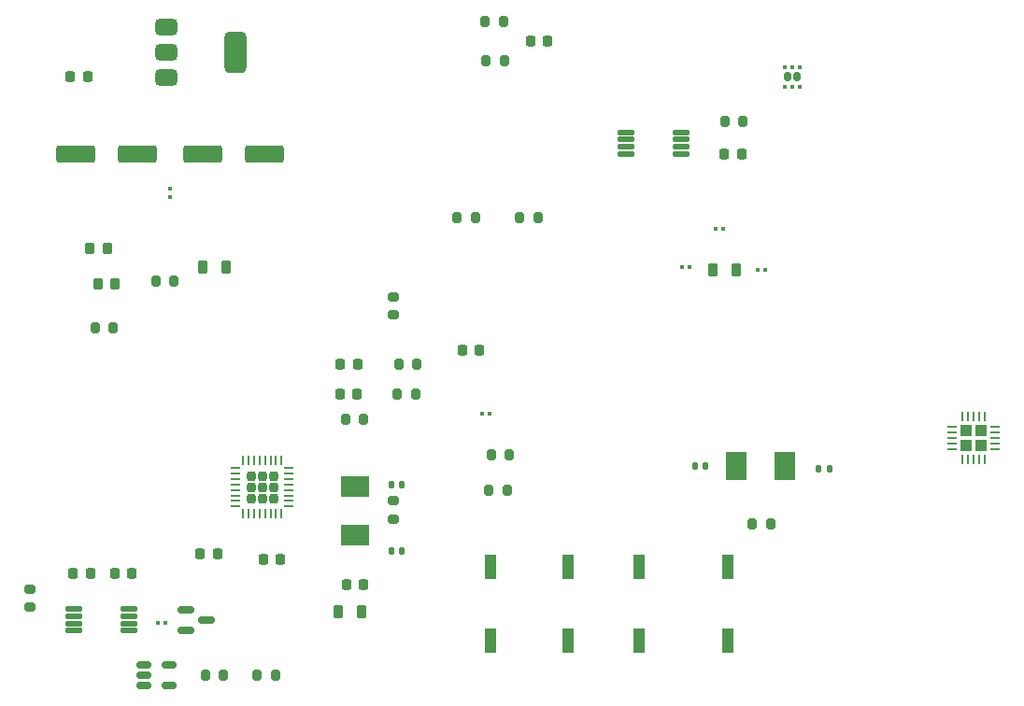
<source format=gbr>
%TF.GenerationSoftware,KiCad,Pcbnew,8.0.8*%
%TF.CreationDate,2025-05-31T18:37:02+02:00*%
%TF.ProjectId,Arduino_pcb,41726475-696e-46f5-9f70-63622e6b6963,rev?*%
%TF.SameCoordinates,Original*%
%TF.FileFunction,Paste,Top*%
%TF.FilePolarity,Positive*%
%FSLAX46Y46*%
G04 Gerber Fmt 4.6, Leading zero omitted, Abs format (unit mm)*
G04 Created by KiCad (PCBNEW 8.0.8) date 2025-05-31 18:37:02*
%MOMM*%
%LPD*%
G01*
G04 APERTURE LIST*
G04 Aperture macros list*
%AMRoundRect*
0 Rectangle with rounded corners*
0 $1 Rounding radius*
0 $2 $3 $4 $5 $6 $7 $8 $9 X,Y pos of 4 corners*
0 Add a 4 corners polygon primitive as box body*
4,1,4,$2,$3,$4,$5,$6,$7,$8,$9,$2,$3,0*
0 Add four circle primitives for the rounded corners*
1,1,$1+$1,$2,$3*
1,1,$1+$1,$4,$5*
1,1,$1+$1,$6,$7*
1,1,$1+$1,$8,$9*
0 Add four rect primitives between the rounded corners*
20,1,$1+$1,$2,$3,$4,$5,0*
20,1,$1+$1,$4,$5,$6,$7,0*
20,1,$1+$1,$6,$7,$8,$9,0*
20,1,$1+$1,$8,$9,$2,$3,0*%
G04 Aperture macros list end*
%ADD10RoundRect,0.060000X-0.675000X-0.180000X0.675000X-0.180000X0.675000X0.180000X-0.675000X0.180000X0*%
%ADD11RoundRect,0.200000X-0.200000X-0.275000X0.200000X-0.275000X0.200000X0.275000X-0.200000X0.275000X0*%
%ADD12RoundRect,0.207500X0.207500X0.207500X-0.207500X0.207500X-0.207500X-0.207500X0.207500X-0.207500X0*%
%ADD13RoundRect,0.062500X0.375000X0.062500X-0.375000X0.062500X-0.375000X-0.062500X0.375000X-0.062500X0*%
%ADD14RoundRect,0.062500X0.062500X0.375000X-0.062500X0.375000X-0.062500X-0.375000X0.062500X-0.375000X0*%
%ADD15RoundRect,0.218750X-0.218750X-0.256250X0.218750X-0.256250X0.218750X0.256250X-0.218750X0.256250X0*%
%ADD16RoundRect,0.079500X0.100500X-0.079500X0.100500X0.079500X-0.100500X0.079500X-0.100500X-0.079500X0*%
%ADD17RoundRect,0.140000X0.140000X0.170000X-0.140000X0.170000X-0.140000X-0.170000X0.140000X-0.170000X0*%
%ADD18R,1.900000X2.500000*%
%ADD19RoundRect,0.150000X-0.512500X-0.150000X0.512500X-0.150000X0.512500X0.150000X-0.512500X0.150000X0*%
%ADD20RoundRect,0.218750X-0.218750X-0.381250X0.218750X-0.381250X0.218750X0.381250X-0.218750X0.381250X0*%
%ADD21R,2.500000X1.900000*%
%ADD22RoundRect,0.108750X-0.326250X-0.401250X0.326250X-0.401250X0.326250X0.401250X-0.326250X0.401250X0*%
%ADD23RoundRect,0.079500X-0.079500X-0.100500X0.079500X-0.100500X0.079500X0.100500X-0.079500X0.100500X0*%
%ADD24RoundRect,0.200000X0.200000X0.275000X-0.200000X0.275000X-0.200000X-0.275000X0.200000X-0.275000X0*%
%ADD25RoundRect,0.200000X0.275000X-0.200000X0.275000X0.200000X-0.275000X0.200000X-0.275000X-0.200000X0*%
%ADD26RoundRect,0.375000X-0.625000X-0.375000X0.625000X-0.375000X0.625000X0.375000X-0.625000X0.375000X0*%
%ADD27RoundRect,0.500000X-0.500000X-1.400000X0.500000X-1.400000X0.500000X1.400000X-0.500000X1.400000X0*%
%ADD28RoundRect,0.250000X1.500000X0.550000X-1.500000X0.550000X-1.500000X-0.550000X1.500000X-0.550000X0*%
%ADD29R,1.120000X2.160000*%
%ADD30RoundRect,0.225000X-0.225000X-0.250000X0.225000X-0.250000X0.225000X0.250000X-0.225000X0.250000X0*%
%ADD31RoundRect,0.250000X-1.500000X-0.550000X1.500000X-0.550000X1.500000X0.550000X-1.500000X0.550000X0*%
%ADD32RoundRect,0.150000X-0.587500X-0.150000X0.587500X-0.150000X0.587500X0.150000X-0.587500X0.150000X0*%
%ADD33RoundRect,0.200000X-0.275000X0.200000X-0.275000X-0.200000X0.275000X-0.200000X0.275000X0.200000X0*%
%ADD34RoundRect,0.140000X-0.140000X-0.170000X0.140000X-0.170000X0.140000X0.170000X-0.140000X0.170000X0*%
%ADD35RoundRect,0.218750X0.218750X0.256250X-0.218750X0.256250X-0.218750X-0.256250X0.218750X-0.256250X0*%
%ADD36RoundRect,0.079500X0.079500X0.100500X-0.079500X0.100500X-0.079500X-0.100500X0.079500X-0.100500X0*%
%ADD37RoundRect,0.250000X-0.295000X-0.295000X0.295000X-0.295000X0.295000X0.295000X-0.295000X0.295000X0*%
%ADD38RoundRect,0.062500X-0.337500X-0.062500X0.337500X-0.062500X0.337500X0.062500X-0.337500X0.062500X0*%
%ADD39RoundRect,0.062500X-0.062500X-0.337500X0.062500X-0.337500X0.062500X0.337500X-0.062500X0.337500X0*%
%ADD40RoundRect,0.160000X-0.160000X0.245000X-0.160000X-0.245000X0.160000X-0.245000X0.160000X0.245000X0*%
%ADD41RoundRect,0.093750X-0.106250X0.093750X-0.106250X-0.093750X0.106250X-0.093750X0.106250X0.093750X0*%
G04 APERTURE END LIST*
D10*
%TO.C,U4*%
X82750000Y-142950000D03*
X82750000Y-142300000D03*
X82750000Y-141650000D03*
X82750000Y-141000000D03*
X77750000Y-141000000D03*
X77750000Y-141650000D03*
X77750000Y-142300000D03*
X77750000Y-142950000D03*
%TD*%
D11*
%TO.C,R15*%
X115100000Y-91250000D03*
X116750000Y-91250000D03*
%TD*%
D12*
%TO.C,U1*%
X95860000Y-130967500D03*
X95860000Y-129937500D03*
X95860000Y-128907500D03*
X94830000Y-130967500D03*
X94830000Y-129937500D03*
X94830000Y-128907500D03*
X93800000Y-130967500D03*
X93800000Y-129937500D03*
X93800000Y-128907500D03*
D13*
X97267500Y-131687500D03*
X97267500Y-131187500D03*
X97267500Y-130687500D03*
X97267500Y-130187500D03*
X97267500Y-129687500D03*
X97267500Y-129187500D03*
X97267500Y-128687500D03*
X97267500Y-128187500D03*
D14*
X96580000Y-127500000D03*
X96080000Y-127500000D03*
X95580000Y-127500000D03*
X95080000Y-127500000D03*
X94580000Y-127500000D03*
X94080000Y-127500000D03*
X93580000Y-127500000D03*
X93080000Y-127500000D03*
D13*
X92392500Y-128187500D03*
X92392500Y-128687500D03*
X92392500Y-129187500D03*
X92392500Y-129687500D03*
X92392500Y-130187500D03*
X92392500Y-130687500D03*
X92392500Y-131187500D03*
X92392500Y-131687500D03*
D14*
X93080000Y-132375000D03*
X93580000Y-132375000D03*
X94080000Y-132375000D03*
X94580000Y-132375000D03*
X95080000Y-132375000D03*
X95580000Y-132375000D03*
X96080000Y-132375000D03*
X96580000Y-132375000D03*
%TD*%
D10*
%TO.C,U8*%
X132750000Y-99700000D03*
X132750000Y-99050000D03*
X132750000Y-98400000D03*
X132750000Y-97750000D03*
X127750000Y-97750000D03*
X127750000Y-98400000D03*
X127750000Y-99050000D03*
X127750000Y-99700000D03*
%TD*%
D11*
%TO.C,R11*%
X115600000Y-127000000D03*
X117250000Y-127000000D03*
%TD*%
D15*
%TO.C,D1*%
X77675000Y-137750000D03*
X79250000Y-137750000D03*
%TD*%
D16*
%TO.C,C13*%
X86500000Y-103595000D03*
X86500000Y-102905000D03*
%TD*%
D17*
%TO.C,C9*%
X146230000Y-128250000D03*
X145270000Y-128250000D03*
%TD*%
D15*
%TO.C,TX_LED1*%
X101925000Y-118750000D03*
X103500000Y-118750000D03*
%TD*%
D18*
%TO.C,Y2*%
X142200000Y-128000000D03*
X137800000Y-128000000D03*
%TD*%
D11*
%TO.C,R1*%
X85175000Y-111250000D03*
X86825000Y-111250000D03*
%TD*%
D19*
%TO.C,U5*%
X84112500Y-146050000D03*
X84112500Y-147000000D03*
X84112500Y-147950000D03*
X86387500Y-147950000D03*
X86387500Y-146050000D03*
%TD*%
D20*
%TO.C,FB3*%
X135687500Y-110250000D03*
X137812500Y-110250000D03*
%TD*%
D15*
%TO.C,D3*%
X136712500Y-99750000D03*
X138287500Y-99750000D03*
%TD*%
D17*
%TO.C,C2*%
X107500000Y-135750000D03*
X106540000Y-135750000D03*
%TD*%
D21*
%TO.C,Y1*%
X103250000Y-129850000D03*
X103250000Y-134250000D03*
%TD*%
D22*
%TO.C,Z2*%
X79940000Y-111500000D03*
X81500000Y-111500000D03*
%TD*%
D23*
%TO.C,C14*%
X135905000Y-106500000D03*
X136595000Y-106500000D03*
%TD*%
D15*
%TO.C,RX_LED1*%
X101856250Y-121500000D03*
X103431250Y-121500000D03*
%TD*%
D24*
%TO.C,R7*%
X140900000Y-133250000D03*
X139250000Y-133250000D03*
%TD*%
D25*
%TO.C,R4*%
X73750000Y-140825000D03*
X73750000Y-139175000D03*
%TD*%
D26*
%TO.C,U6*%
X86100000Y-88200000D03*
X86100000Y-90500000D03*
D27*
X92400000Y-90500000D03*
D26*
X86100000Y-92800000D03*
%TD*%
D11*
%TO.C,R2*%
X79675000Y-115500000D03*
X81325000Y-115500000D03*
%TD*%
D28*
%TO.C,PC2*%
X95000000Y-99750000D03*
X89400000Y-99750000D03*
%TD*%
D11*
%TO.C,R16*%
X115025000Y-87750000D03*
X116675000Y-87750000D03*
%TD*%
D15*
%TO.C,F1*%
X94925000Y-136500000D03*
X96500000Y-136500000D03*
%TD*%
D29*
%TO.C,SW4*%
X137000000Y-137135000D03*
X137000000Y-143865000D03*
%TD*%
%TO.C,SW1*%
X115500000Y-137135000D03*
X115500000Y-143865000D03*
%TD*%
D30*
%TO.C,C4*%
X89225000Y-136000000D03*
X90775000Y-136000000D03*
%TD*%
D31*
%TO.C,PC1*%
X77950000Y-99750000D03*
X83550000Y-99750000D03*
%TD*%
D32*
%TO.C,Q1*%
X87875000Y-141050000D03*
X87875000Y-142950000D03*
X89750000Y-142000000D03*
%TD*%
D30*
%TO.C,C3*%
X102450000Y-138750000D03*
X104000000Y-138750000D03*
%TD*%
D11*
%TO.C,R6*%
X107212500Y-118750000D03*
X108862500Y-118750000D03*
%TD*%
D33*
%TO.C,R3*%
X106750000Y-131175000D03*
X106750000Y-132825000D03*
%TD*%
D25*
%TO.C,R9*%
X106750000Y-114325000D03*
X106750000Y-112675000D03*
%TD*%
D11*
%TO.C,R17*%
X112500000Y-105500000D03*
X114150000Y-105500000D03*
%TD*%
D20*
%TO.C,FB2*%
X101687500Y-141250000D03*
X103812500Y-141250000D03*
%TD*%
D29*
%TO.C,SW3*%
X129000000Y-137135000D03*
X129000000Y-143865000D03*
%TD*%
D23*
%TO.C,C6*%
X139725000Y-110250000D03*
X140415000Y-110250000D03*
%TD*%
D29*
%TO.C,SW2*%
X122500000Y-137135000D03*
X122500000Y-143865000D03*
%TD*%
D23*
%TO.C,C12*%
X85335000Y-142250000D03*
X86025000Y-142250000D03*
%TD*%
D34*
%TO.C,C8*%
X134040000Y-128000000D03*
X135000000Y-128000000D03*
%TD*%
D35*
%TO.C,D5*%
X120712500Y-89500000D03*
X119137500Y-89500000D03*
%TD*%
D11*
%TO.C,R18*%
X118175000Y-105500000D03*
X119825000Y-105500000D03*
%TD*%
%TO.C,R8*%
X102350000Y-123750000D03*
X104000000Y-123750000D03*
%TD*%
D17*
%TO.C,C1*%
X107460000Y-129750000D03*
X106500000Y-129750000D03*
%TD*%
D11*
%TO.C,R10*%
X115350000Y-130250000D03*
X117000000Y-130250000D03*
%TD*%
D24*
%TO.C,R13*%
X91325000Y-147000000D03*
X89675000Y-147000000D03*
%TD*%
D36*
%TO.C,C7*%
X133525000Y-110000000D03*
X132835000Y-110000000D03*
%TD*%
D11*
%TO.C,R14*%
X136745000Y-96750000D03*
X138395000Y-96750000D03*
%TD*%
%TO.C,R5*%
X107068750Y-121500000D03*
X108718750Y-121500000D03*
%TD*%
D30*
%TO.C,C5*%
X81475000Y-137750000D03*
X83025000Y-137750000D03*
%TD*%
D35*
%TO.C,D4*%
X79000000Y-92750000D03*
X77425000Y-92750000D03*
%TD*%
D37*
%TO.C,U7*%
X158625000Y-124825000D03*
X158625000Y-126175000D03*
X159975000Y-124825000D03*
X159975000Y-126175000D03*
D38*
X157350000Y-124500000D03*
X157350000Y-125000000D03*
X157350000Y-125500000D03*
X157350000Y-126000000D03*
X157350000Y-126500000D03*
D39*
X158300000Y-127450000D03*
X158800000Y-127450000D03*
X159300000Y-127450000D03*
X159800000Y-127450000D03*
X160300000Y-127450000D03*
D38*
X161250000Y-126500000D03*
X161250000Y-126000000D03*
X161250000Y-125500000D03*
X161250000Y-125000000D03*
X161250000Y-124500000D03*
D39*
X160300000Y-123550000D03*
X159800000Y-123550000D03*
X159300000Y-123550000D03*
X158800000Y-123550000D03*
X158300000Y-123550000D03*
%TD*%
D22*
%TO.C,Z1*%
X79220000Y-108250000D03*
X80780000Y-108250000D03*
%TD*%
D20*
%TO.C,FB1*%
X89437500Y-110000000D03*
X91562500Y-110000000D03*
%TD*%
D23*
%TO.C,C10*%
X114725000Y-123250000D03*
X115415000Y-123250000D03*
%TD*%
D40*
%TO.C,U3*%
X143250000Y-92750000D03*
X142450000Y-92750000D03*
D41*
X143500000Y-91862500D03*
X142850000Y-91862500D03*
X142200000Y-91862500D03*
X142200000Y-93637500D03*
X142850000Y-93637500D03*
X143500000Y-93637500D03*
%TD*%
D15*
%TO.C,D2*%
X112962500Y-117500000D03*
X114537500Y-117500000D03*
%TD*%
D24*
%TO.C,R12*%
X96000000Y-147000000D03*
X94350000Y-147000000D03*
%TD*%
M02*

</source>
